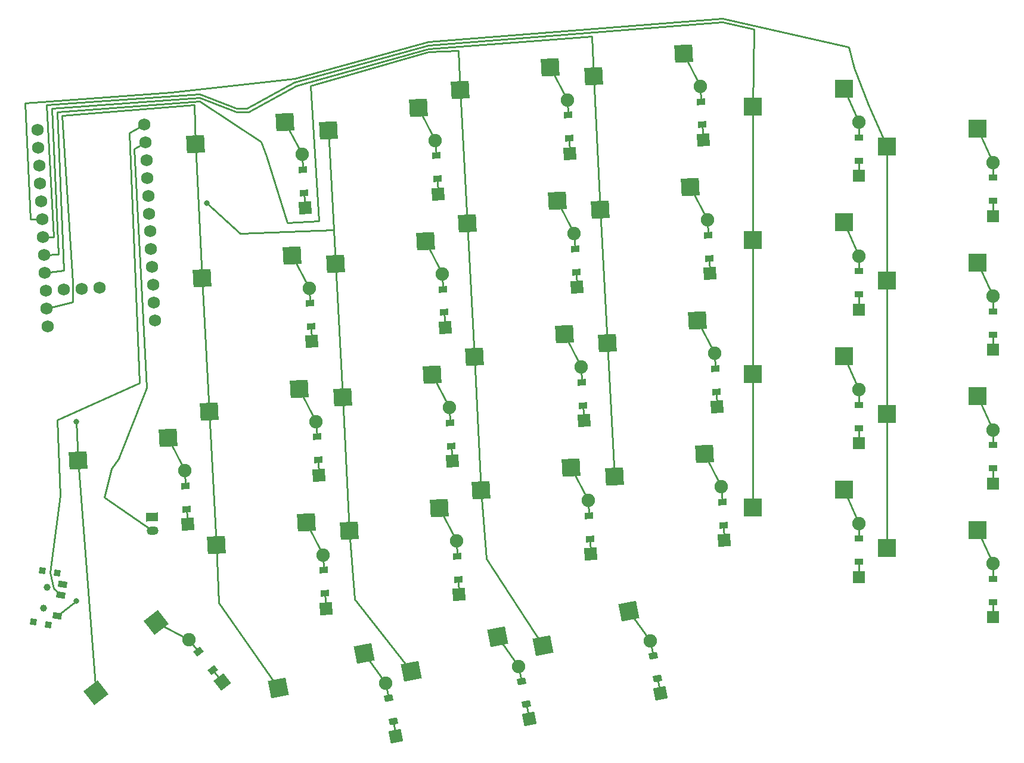
<source format=gbr>
%TF.GenerationSoftware,KiCad,Pcbnew,8.0.4*%
%TF.CreationDate,2024-09-16T15:21:11-06:00*%
%TF.ProjectId,right_board,72696768-745f-4626-9f61-72642e6b6963,v1.0.0*%
%TF.SameCoordinates,Original*%
%TF.FileFunction,Copper,L2,Bot*%
%TF.FilePolarity,Positive*%
%FSLAX46Y46*%
G04 Gerber Fmt 4.6, Leading zero omitted, Abs format (unit mm)*
G04 Created by KiCad (PCBNEW 8.0.4) date 2024-09-16 15:21:11*
%MOMM*%
%LPD*%
G01*
G04 APERTURE LIST*
G04 Aperture macros list*
%AMHorizOval*
0 Thick line with rounded ends*
0 $1 width*
0 $2 $3 position (X,Y) of the first rounded end (center of the circle)*
0 $4 $5 position (X,Y) of the second rounded end (center of the circle)*
0 Add line between two ends*
20,1,$1,$2,$3,$4,$5,0*
0 Add two circle primitives to create the rounded ends*
1,1,$1,$2,$3*
1,1,$1,$4,$5*%
%AMRotRect*
0 Rectangle, with rotation*
0 The origin of the aperture is its center*
0 $1 length*
0 $2 width*
0 $3 Rotation angle, in degrees counterclockwise*
0 Add horizontal line*
21,1,$1,$2,0,0,$3*%
G04 Aperture macros list end*
%TA.AperFunction,SMDPad,CuDef*%
%ADD10RotRect,0.900000X0.900000X80.000000*%
%TD*%
%TA.AperFunction,WasherPad*%
%ADD11C,1.000000*%
%TD*%
%TA.AperFunction,SMDPad,CuDef*%
%ADD12RotRect,0.900000X1.250000X80.000000*%
%TD*%
%TA.AperFunction,SMDPad,CuDef*%
%ADD13RotRect,2.550000X2.500000X3.000000*%
%TD*%
%TA.AperFunction,ComponentPad*%
%ADD14RotRect,1.778000X1.778000X93.000000*%
%TD*%
%TA.AperFunction,SMDPad,CuDef*%
%ADD15RotRect,0.900000X1.200000X93.000000*%
%TD*%
%TA.AperFunction,ComponentPad*%
%ADD16C,1.905000*%
%TD*%
%TA.AperFunction,SMDPad,CuDef*%
%ADD17R,2.550000X2.500000*%
%TD*%
%TA.AperFunction,SMDPad,CuDef*%
%ADD18RotRect,2.550000X2.500000X11.000000*%
%TD*%
%TA.AperFunction,ComponentPad*%
%ADD19R,1.778000X1.778000*%
%TD*%
%TA.AperFunction,SMDPad,CuDef*%
%ADD20R,1.200000X0.900000*%
%TD*%
%TA.AperFunction,ComponentPad*%
%ADD21C,1.752600*%
%TD*%
%TA.AperFunction,ComponentPad*%
%ADD22RotRect,1.200000X1.700000X273.000000*%
%TD*%
%TA.AperFunction,ComponentPad*%
%ADD23HorizOval,1.200000X-0.249657X-0.013084X0.249657X0.013084X0*%
%TD*%
%TA.AperFunction,ComponentPad*%
%ADD24RotRect,1.778000X1.778000X101.000000*%
%TD*%
%TA.AperFunction,SMDPad,CuDef*%
%ADD25RotRect,0.900000X1.200000X101.000000*%
%TD*%
%TA.AperFunction,ComponentPad*%
%ADD26RotRect,1.778000X1.778000X128.000000*%
%TD*%
%TA.AperFunction,SMDPad,CuDef*%
%ADD27RotRect,0.900000X1.200000X128.000000*%
%TD*%
%TA.AperFunction,SMDPad,CuDef*%
%ADD28RotRect,2.550000X2.500000X38.000000*%
%TD*%
%TA.AperFunction,ViaPad*%
%ADD29C,0.800000*%
%TD*%
%TA.AperFunction,Conductor*%
%ADD30C,0.250000*%
%TD*%
G04 APERTURE END LIST*
D10*
%TO.P,T1,*%
%TO.N,*%
X144416562Y-182844595D03*
X146583139Y-183226621D03*
D11*
X145881877Y-180869031D03*
X146402821Y-177914607D03*
D10*
X145701559Y-175557017D03*
X147868136Y-175939043D03*
D12*
%TO.P,T1,1*%
%TO.N,pos*%
X147795117Y-181967956D03*
%TO.P,T1,2*%
%TO.N,RAW*%
X148316061Y-179013533D03*
%TO.P,T1,3*%
%TO.N,N/C*%
X148576533Y-177536323D03*
%TD*%
D13*
%TO.P,S16,1*%
%TO.N,P100*%
X205084313Y-107234635D03*
%TO.P,S16,2*%
%TO.N,mirror_three_number*%
X217860664Y-104021569D03*
%TD*%
D14*
%TO.P,D17,1*%
%TO.N,P115*%
X204922588Y-178953889D03*
D15*
X204809542Y-176796849D03*
%TO.P,D17,2*%
%TO.N,mirror_four_bottom*%
X204636834Y-173501371D03*
D16*
X204523788Y-171344331D03*
%TD*%
D13*
%TO.P,S17,1*%
%TO.N,P011*%
X189342752Y-169906875D03*
%TO.P,S17,2*%
%TO.N,mirror_four_bottom*%
X202119103Y-166693809D03*
%TD*%
D14*
%TO.P,D10,1*%
%TO.N,P002*%
X241577027Y-152283993D03*
D15*
X241463981Y-150126953D03*
%TO.P,D10,2*%
%TO.N,mirror_two_home*%
X241291273Y-146831475D03*
D16*
X241178227Y-144674435D03*
%TD*%
D17*
%TO.P,S8,1*%
%TO.N,P022*%
X246664798Y-109599160D03*
%TO.P,S8,2*%
%TO.N,mirror_one_number*%
X259591798Y-107059160D03*
%TD*%
D13*
%TO.P,S15,1*%
%TO.N,P100*%
X206078697Y-126208596D03*
%TO.P,S15,2*%
%TO.N,mirror_three_qwerty*%
X218855048Y-122995530D03*
%TD*%
%TO.P,S18,1*%
%TO.N,P011*%
X188348369Y-150932914D03*
%TO.P,S18,2*%
%TO.N,mirror_four_home*%
X201124720Y-147719848D03*
%TD*%
D18*
%TO.P,S25,1*%
%TO.N,P100*%
X216811990Y-186249637D03*
%TO.P,S25,2*%
%TO.N,mirror_near_thumb*%
X229016829Y-181289716D03*
%TD*%
D19*
%TO.P,D3,1*%
%TO.N,P029*%
X280749798Y-144164160D03*
D20*
X280749798Y-142004160D03*
%TO.P,D3,2*%
%TO.N,mirror_function_keys_qwerty*%
X280749798Y-138704160D03*
D16*
X280749798Y-136544160D03*
%TD*%
D21*
%TO.P,MCU1,1*%
%TO.N,P006*%
X145014474Y-112918737D03*
%TO.P,MCU1,2*%
%TO.N,P008*%
X145147407Y-115455256D03*
%TO.P,MCU1,3*%
%TO.N,GND*%
X145280340Y-117991775D03*
%TO.P,MCU1,4*%
X145413274Y-120528294D03*
%TO.P,MCU1,5*%
%TO.N,P017*%
X145546207Y-123064813D03*
%TO.P,MCU1,6*%
%TO.N,P020*%
X145679140Y-125601332D03*
%TO.P,MCU1,7*%
%TO.N,P022*%
X145812074Y-128137851D03*
%TO.P,MCU1,8*%
%TO.N,P024*%
X145945007Y-130674371D03*
%TO.P,MCU1,9*%
%TO.N,P100*%
X146077940Y-133210890D03*
%TO.P,MCU1,10*%
%TO.N,P011*%
X146210874Y-135747409D03*
%TO.P,MCU1,11*%
%TO.N,P104*%
X146343807Y-138283928D03*
%TO.P,MCU1,12*%
%TO.N,P106*%
X146476740Y-140820447D03*
%TO.P,MCU1,13*%
%TO.N,P009*%
X161695854Y-140022847D03*
%TO.P,MCU1,14*%
%TO.N,P010*%
X161562921Y-137486328D03*
%TO.P,MCU1,15*%
%TO.N,P111*%
X161429988Y-134949809D03*
%TO.P,MCU1,16*%
%TO.N,P113*%
X161297054Y-132413290D03*
%TO.P,MCU1,17*%
%TO.N,P115*%
X161164121Y-129876771D03*
%TO.P,MCU1,18*%
%TO.N,P002*%
X161031188Y-127340252D03*
%TO.P,MCU1,19*%
%TO.N,P029*%
X160898254Y-124803733D03*
%TO.P,MCU1,20*%
%TO.N,P031*%
X160765321Y-122267213D03*
%TO.P,MCU1,21*%
%TO.N,VCC*%
X160632388Y-119730694D03*
%TO.P,MCU1,22*%
%TO.N,RST*%
X160499454Y-117194175D03*
%TO.P,MCU1,23*%
%TO.N,GND*%
X160366521Y-114657656D03*
%TO.P,MCU1,24*%
%TO.N,RAW*%
X160233588Y-112121137D03*
%TO.P,MCU1,31*%
%TO.N,P101*%
X148747393Y-135614475D03*
%TO.P,MCU1,32*%
%TO.N,P102*%
X151283912Y-135481542D03*
%TO.P,MCU1,33*%
%TO.N,P107*%
X153820431Y-135348609D03*
%TD*%
D19*
%TO.P,D4,1*%
%TO.N,P031*%
X280749798Y-125164160D03*
D20*
X280749798Y-123004160D03*
%TO.P,D4,2*%
%TO.N,mirror_function_keys_number*%
X280749798Y-119704160D03*
D16*
X280749798Y-117544160D03*
%TD*%
D13*
%TO.P,S10,1*%
%TO.N,P024*%
X225997191Y-143236980D03*
%TO.P,S10,2*%
%TO.N,mirror_two_home*%
X238773542Y-140023914D03*
%TD*%
D14*
%TO.P,D20,1*%
%TO.N,P031*%
X201939438Y-122032005D03*
D15*
X201826392Y-119874965D03*
%TO.P,D20,2*%
%TO.N,mirror_four_number*%
X201653684Y-116579487D03*
D16*
X201540638Y-114422447D03*
%TD*%
D18*
%TO.P,S27,1*%
%TO.N,P104*%
X179271646Y-192273344D03*
%TO.P,S27,2*%
%TO.N,mirror_far_thumb*%
X191476485Y-187313423D03*
%TD*%
D14*
%TO.P,D13,1*%
%TO.N,P115*%
X223647299Y-173203533D03*
D15*
X223534253Y-171046493D03*
%TO.P,D13,2*%
%TO.N,mirror_three_bottom*%
X223361545Y-167751015D03*
D16*
X223248499Y-165593975D03*
%TD*%
D22*
%TO.P,JST1,1*%
%TO.N,pos*%
X161284926Y-167912575D03*
D23*
%TO.P,JST1,2*%
%TO.N,GND*%
X161389598Y-169909835D03*
%TD*%
D17*
%TO.P,S6,1*%
%TO.N,P022*%
X246664798Y-147599160D03*
%TO.P,S6,2*%
%TO.N,mirror_one_home*%
X259591798Y-145059160D03*
%TD*%
D13*
%TO.P,S19,1*%
%TO.N,P011*%
X187353986Y-131958953D03*
%TO.P,S19,2*%
%TO.N,mirror_four_qwerty*%
X200130337Y-128745887D03*
%TD*%
D24*
%TO.P,D25,1*%
%TO.N,P113*%
X233499304Y-193040311D03*
D25*
X233087157Y-190919996D03*
%TO.P,D25,2*%
%TO.N,mirror_near_thumb*%
X232457487Y-187680626D03*
D16*
X232045340Y-185560311D03*
%TD*%
D19*
%TO.P,D5,1*%
%TO.N,P115*%
X261749798Y-176449160D03*
D20*
X261749798Y-174289160D03*
%TO.P,D5,2*%
%TO.N,mirror_one_bottom*%
X261749798Y-170989160D03*
D16*
X261749798Y-168829160D03*
%TD*%
D13*
%TO.P,S12,1*%
%TO.N,P024*%
X224008425Y-105289057D03*
%TO.P,S12,2*%
%TO.N,mirror_two_number*%
X236784776Y-102075991D03*
%TD*%
D17*
%TO.P,S7,1*%
%TO.N,P022*%
X246664798Y-128599160D03*
%TO.P,S7,2*%
%TO.N,mirror_one_qwerty*%
X259591798Y-126059160D03*
%TD*%
D13*
%TO.P,S21,1*%
%TO.N,P104*%
X170421127Y-171899888D03*
%TO.P,S21,2*%
%TO.N,mirror_five_bottom*%
X183197478Y-168686822D03*
%TD*%
D17*
%TO.P,S2,1*%
%TO.N,P020*%
X265664798Y-153314160D03*
%TO.P,S2,2*%
%TO.N,mirror_function_keys_home*%
X278591798Y-150774160D03*
%TD*%
D14*
%TO.P,D29,1*%
%TO.N,P002*%
X166346634Y-168959101D03*
D15*
X166233588Y-166802061D03*
%TO.P,D29,2*%
%TO.N,mirror_curly_square*%
X166060880Y-163506583D03*
D16*
X165947834Y-161349543D03*
%TD*%
D18*
%TO.P,S26,1*%
%TO.N,P011*%
X198161074Y-189875007D03*
%TO.P,S26,2*%
%TO.N,mirror_home_thumb*%
X210365913Y-184915086D03*
%TD*%
D13*
%TO.P,S13,1*%
%TO.N,P100*%
X208067463Y-164156519D03*
%TO.P,S13,2*%
%TO.N,mirror_three_bottom*%
X220843814Y-160943453D03*
%TD*%
%TO.P,S22,1*%
%TO.N,P104*%
X169426744Y-152925927D03*
%TO.P,S22,2*%
%TO.N,mirror_five_home*%
X182203095Y-149712861D03*
%TD*%
D19*
%TO.P,D7,1*%
%TO.N,P029*%
X261749798Y-138449160D03*
D20*
X261749798Y-136289160D03*
%TO.P,D7,2*%
%TO.N,mirror_one_qwerty*%
X261749798Y-132989160D03*
D16*
X261749798Y-130829160D03*
%TD*%
D14*
%TO.P,D19,1*%
%TO.N,P029*%
X202933822Y-141005966D03*
D15*
X202820776Y-138848926D03*
%TO.P,D19,2*%
%TO.N,mirror_four_qwerty*%
X202648068Y-135553448D03*
D16*
X202535022Y-133396408D03*
%TD*%
D14*
%TO.P,D11,1*%
%TO.N,P029*%
X240582644Y-133310032D03*
D15*
X240469598Y-131152992D03*
%TO.P,D11,2*%
%TO.N,mirror_two_qwerty*%
X240296890Y-127857514D03*
D16*
X240183844Y-125700474D03*
%TD*%
D14*
%TO.P,D12,1*%
%TO.N,P031*%
X239588261Y-114336071D03*
D15*
X239475215Y-112179031D03*
%TO.P,D12,2*%
%TO.N,mirror_two_number*%
X239302507Y-108883553D03*
D16*
X239189461Y-106726513D03*
%TD*%
D17*
%TO.P,S4,1*%
%TO.N,P020*%
X265664798Y-115314160D03*
%TO.P,S4,2*%
%TO.N,mirror_function_keys_number*%
X278591798Y-112774160D03*
%TD*%
D14*
%TO.P,D15,1*%
%TO.N,P029*%
X221658533Y-135255610D03*
D15*
X221545487Y-133098570D03*
%TO.P,D15,2*%
%TO.N,mirror_three_qwerty*%
X221372779Y-129803092D03*
D16*
X221259733Y-127646052D03*
%TD*%
D19*
%TO.P,D1,1*%
%TO.N,P115*%
X280749798Y-182164160D03*
D20*
X280749798Y-180004160D03*
%TO.P,D1,2*%
%TO.N,mirror_function_keys_bottom*%
X280749798Y-176704160D03*
D16*
X280749798Y-174544160D03*
%TD*%
D24*
%TO.P,D26,1*%
%TO.N,P113*%
X214848388Y-196665682D03*
D25*
X214436241Y-194545367D03*
%TO.P,D26,2*%
%TO.N,mirror_home_thumb*%
X213806571Y-191305997D03*
D16*
X213394424Y-189185682D03*
%TD*%
D14*
%TO.P,D9,1*%
%TO.N,P115*%
X242571410Y-171257955D03*
D15*
X242458364Y-169100915D03*
%TO.P,D9,2*%
%TO.N,mirror_two_bottom*%
X242285656Y-165805437D03*
D16*
X242172610Y-163648397D03*
%TD*%
D13*
%TO.P,S9,1*%
%TO.N,P024*%
X226991574Y-162210941D03*
%TO.P,S9,2*%
%TO.N,mirror_two_bottom*%
X239767925Y-158997875D03*
%TD*%
%TO.P,S11,1*%
%TO.N,P024*%
X225002808Y-124263019D03*
%TO.P,S11,2*%
%TO.N,mirror_two_qwerty*%
X237779159Y-121049953D03*
%TD*%
D14*
%TO.P,D14,1*%
%TO.N,P002*%
X222652916Y-154229571D03*
D15*
X222539870Y-152072531D03*
%TO.P,D14,2*%
%TO.N,mirror_three_home*%
X222367162Y-148777053D03*
D16*
X222254116Y-146620013D03*
%TD*%
D17*
%TO.P,S5,1*%
%TO.N,P022*%
X246664798Y-166599160D03*
%TO.P,S5,2*%
%TO.N,mirror_one_bottom*%
X259591798Y-164059160D03*
%TD*%
D14*
%TO.P,D18,1*%
%TO.N,P002*%
X203928205Y-159979928D03*
D15*
X203815159Y-157822888D03*
%TO.P,D18,2*%
%TO.N,mirror_four_home*%
X203642451Y-154527410D03*
D16*
X203529405Y-152370370D03*
%TD*%
D24*
%TO.P,D27,1*%
%TO.N,P113*%
X195958960Y-199064019D03*
D25*
X195546813Y-196943704D03*
%TO.P,D27,2*%
%TO.N,mirror_far_thumb*%
X194917143Y-193704334D03*
D16*
X194504996Y-191584019D03*
%TD*%
D13*
%TO.P,S29,1*%
%TO.N,P017*%
X150766798Y-159912087D03*
%TO.P,S29,2*%
%TO.N,mirror_curly_square*%
X163543149Y-156699021D03*
%TD*%
%TO.P,S23,1*%
%TO.N,P104*%
X168432360Y-133951965D03*
%TO.P,S23,2*%
%TO.N,mirror_five_qwerty*%
X181208711Y-130738899D03*
%TD*%
D19*
%TO.P,D2,1*%
%TO.N,P002*%
X280749798Y-163164160D03*
D20*
X280749798Y-161004160D03*
%TO.P,D2,2*%
%TO.N,mirror_function_keys_home*%
X280749798Y-157704160D03*
D16*
X280749798Y-155544160D03*
%TD*%
D26*
%TO.P,D28,1*%
%TO.N,P113*%
X171249810Y-191386964D03*
D27*
X169919981Y-189684861D03*
%TO.P,D28,2*%
%TO.N,mirror_space_thumb*%
X167888299Y-187084425D03*
D16*
X166558470Y-185382322D03*
%TD*%
D13*
%TO.P,S14,1*%
%TO.N,P100*%
X207073080Y-145182558D03*
%TO.P,S14,2*%
%TO.N,mirror_three_home*%
X219849431Y-141969492D03*
%TD*%
D19*
%TO.P,D8,1*%
%TO.N,P031*%
X261749798Y-119449160D03*
D20*
X261749798Y-117289160D03*
%TO.P,D8,2*%
%TO.N,mirror_one_number*%
X261749798Y-113989160D03*
D16*
X261749798Y-111829160D03*
%TD*%
D17*
%TO.P,S3,1*%
%TO.N,P020*%
X265664798Y-134314160D03*
%TO.P,S3,2*%
%TO.N,mirror_function_keys_qwerty*%
X278591798Y-131774160D03*
%TD*%
D13*
%TO.P,S24,1*%
%TO.N,P104*%
X167437977Y-114978004D03*
%TO.P,S24,2*%
%TO.N,mirror_five_number*%
X180214328Y-111764938D03*
%TD*%
D14*
%TO.P,D21,1*%
%TO.N,P115*%
X186000963Y-180946902D03*
D15*
X185887917Y-178789862D03*
%TO.P,D21,2*%
%TO.N,mirror_five_bottom*%
X185715209Y-175494384D03*
D16*
X185602163Y-173337344D03*
%TD*%
D14*
%TO.P,D23,1*%
%TO.N,P029*%
X184012196Y-142998979D03*
D15*
X183899150Y-140841939D03*
%TO.P,D23,2*%
%TO.N,mirror_five_qwerty*%
X183726442Y-137546461D03*
D16*
X183613396Y-135389421D03*
%TD*%
D28*
%TO.P,S28,1*%
%TO.N,P017*%
X153298402Y-192912312D03*
%TO.P,S28,2*%
%TO.N,mirror_space_thumb*%
X161921237Y-182952109D03*
%TD*%
D14*
%TO.P,D24,1*%
%TO.N,P031*%
X183017813Y-124025018D03*
D15*
X182904767Y-121867978D03*
%TO.P,D24,2*%
%TO.N,mirror_five_number*%
X182732059Y-118572500D03*
D16*
X182619013Y-116415460D03*
%TD*%
D13*
%TO.P,S20,1*%
%TO.N,P011*%
X186359602Y-112984991D03*
%TO.P,S20,2*%
%TO.N,mirror_four_number*%
X199135953Y-109771925D03*
%TD*%
D19*
%TO.P,D6,1*%
%TO.N,P002*%
X261749798Y-157449160D03*
D20*
X261749798Y-155289160D03*
%TO.P,D6,2*%
%TO.N,mirror_one_home*%
X261749798Y-151989160D03*
D16*
X261749798Y-149829160D03*
%TD*%
D14*
%TO.P,D22,1*%
%TO.N,P002*%
X185006580Y-161972940D03*
D15*
X184893534Y-159815900D03*
%TO.P,D22,2*%
%TO.N,mirror_five_home*%
X184720826Y-156520422D03*
D16*
X184607780Y-154363382D03*
%TD*%
D17*
%TO.P,S1,1*%
%TO.N,P020*%
X265664798Y-172314160D03*
%TO.P,S1,2*%
%TO.N,mirror_function_keys_bottom*%
X278591798Y-169774160D03*
%TD*%
D14*
%TO.P,D16,1*%
%TO.N,P031*%
X220664150Y-116281649D03*
D15*
X220551104Y-114124609D03*
%TO.P,D16,2*%
%TO.N,mirror_three_number*%
X220378396Y-110829131D03*
D16*
X220265350Y-108672091D03*
%TD*%
D29*
%TO.N,P011*%
X169042604Y-123354160D03*
%TO.N,P017*%
X150542604Y-154354160D03*
%TO.N,pos*%
X150542604Y-179854160D03*
%TD*%
D30*
%TO.N,P020*%
X265664798Y-153314160D02*
X265664798Y-172314160D01*
X265664798Y-115314160D02*
X265664798Y-134314160D01*
X265664798Y-115314160D02*
X263042604Y-109354160D01*
X164042604Y-107604160D02*
X143292604Y-109104160D01*
X260292604Y-101104160D02*
X242292604Y-97104160D01*
X265664798Y-134314160D02*
X265664798Y-153314160D01*
X263042604Y-109354160D02*
X261042604Y-104104160D01*
X143292604Y-109104160D02*
X144042604Y-125604160D01*
X144042604Y-125604160D02*
X145679140Y-125601332D01*
X261042604Y-104104160D02*
X260292604Y-101104160D01*
X242292604Y-97104160D02*
X200542604Y-100354160D01*
X181542604Y-105604160D02*
X164042604Y-107604160D01*
X200542604Y-100354160D02*
X181542604Y-105604160D01*
%TO.N,mirror_function_keys_bottom*%
X278591798Y-169774160D02*
X280749798Y-174544160D01*
X280749798Y-174544160D02*
X280749798Y-176704160D01*
%TO.N,mirror_function_keys_home*%
X280749798Y-155544160D02*
X280749798Y-157704160D01*
X278591798Y-150774160D02*
X280749798Y-155544160D01*
%TO.N,mirror_function_keys_qwerty*%
X278591798Y-131774160D02*
X280749798Y-136544160D01*
X280749798Y-136544160D02*
X280749798Y-138704160D01*
%TO.N,mirror_function_keys_number*%
X280749798Y-117544160D02*
X280749798Y-119704160D01*
X278591798Y-112774160D02*
X280749798Y-117544160D01*
%TO.N,P022*%
X246664798Y-109599160D02*
X246664798Y-128599160D01*
X173292604Y-109854160D02*
X168042604Y-107854160D01*
X246792604Y-98604160D02*
X242292604Y-97604160D01*
X246664798Y-147599160D02*
X246664798Y-128599160D01*
X242292604Y-97604160D02*
X200542604Y-100854160D01*
X181542604Y-106104160D02*
X174792604Y-109854160D01*
X146292604Y-109354160D02*
X147292604Y-128104160D01*
X168042604Y-107854160D02*
X146292604Y-109354160D01*
X246664798Y-166599160D02*
X246664798Y-147599160D01*
X147292604Y-128104160D02*
X145812074Y-128137851D01*
X246664798Y-109599160D02*
X246792604Y-98604160D01*
X200542604Y-100854160D02*
X181542604Y-106104160D01*
X174792604Y-109854160D02*
X173292604Y-109854160D01*
%TO.N,mirror_one_bottom*%
X261749798Y-170989160D02*
X261749798Y-168829160D01*
X261749798Y-168829160D02*
X259591798Y-164059160D01*
%TO.N,mirror_one_home*%
X261749798Y-151989160D02*
X261749798Y-149829160D01*
X261749798Y-149829160D02*
X259591798Y-145059160D01*
%TO.N,mirror_one_qwerty*%
X261749798Y-130829160D02*
X259591798Y-126059160D01*
X261749798Y-132989160D02*
X261749798Y-130829160D01*
%TO.N,mirror_one_number*%
X261749798Y-111829160D02*
X259591798Y-107059160D01*
X261749798Y-113989160D02*
X261749798Y-111829160D01*
%TO.N,P024*%
X200542604Y-101354160D02*
X181792604Y-106604160D01*
X224008425Y-105289057D02*
X223792604Y-99604160D01*
X224008425Y-105289057D02*
X225002808Y-124263019D01*
X223792604Y-99604160D02*
X200542604Y-101354160D01*
X225002808Y-124263019D02*
X225997191Y-143236980D01*
X181792604Y-106604160D02*
X175042604Y-110354160D01*
X173292604Y-110354160D02*
X168042604Y-108354160D01*
X148042604Y-130604160D02*
X145945007Y-130674371D01*
X147042604Y-109854160D02*
X148042604Y-130604160D01*
X226991574Y-162210941D02*
X225997191Y-143236980D01*
X168042604Y-108354160D02*
X147042604Y-109854160D01*
X175042604Y-110354160D02*
X173292604Y-110354160D01*
%TO.N,mirror_two_bottom*%
X239767925Y-158997875D02*
X242172610Y-163648397D01*
X242172610Y-163648397D02*
X242285656Y-165805437D01*
%TO.N,mirror_two_home*%
X238773542Y-140023914D02*
X241178227Y-144674435D01*
X241178227Y-144674435D02*
X241291273Y-146831475D01*
%TO.N,mirror_two_qwerty*%
X240183844Y-125700474D02*
X240296890Y-127857514D01*
X237779159Y-121049953D02*
X240183844Y-125700474D01*
%TO.N,mirror_two_number*%
X236784776Y-102075991D02*
X239189461Y-106726513D01*
X239189461Y-106726513D02*
X239302507Y-108883553D01*
%TO.N,P100*%
X204792604Y-101604160D02*
X200542604Y-101854160D01*
X176792604Y-114604160D02*
X168042604Y-108854160D01*
X168042604Y-108854160D02*
X147792604Y-110354160D01*
X207073080Y-145182558D02*
X206078697Y-126208596D01*
X205084313Y-107234635D02*
X204792604Y-101604160D01*
X216811990Y-186249637D02*
X208792604Y-173854160D01*
X177542604Y-116604160D02*
X176792604Y-114604160D01*
X148792604Y-132854160D02*
X146077940Y-133210890D01*
X180542604Y-126104160D02*
X177542604Y-116604160D01*
X183792604Y-106604160D02*
X185042604Y-125854160D01*
X185042604Y-125854160D02*
X180542604Y-126104160D01*
X147792604Y-110354160D02*
X148792604Y-132854160D01*
X200542604Y-101854160D02*
X183792604Y-106604160D01*
X208792604Y-173854160D02*
X208067463Y-164156519D01*
X208067463Y-164156519D02*
X207073080Y-145182558D01*
X206078697Y-126208596D02*
X205084313Y-107234635D01*
%TO.N,mirror_three_bottom*%
X223248499Y-165593975D02*
X220843814Y-160943453D01*
X223361545Y-167751015D02*
X223248499Y-165593975D01*
%TO.N,mirror_three_home*%
X222254116Y-146620013D02*
X219849431Y-141969492D01*
X222367162Y-148777053D02*
X222254116Y-146620013D01*
%TO.N,mirror_three_qwerty*%
X221259733Y-127646052D02*
X221372779Y-129803092D01*
X218855048Y-122995530D02*
X221259733Y-127646052D01*
%TO.N,mirror_three_number*%
X220265350Y-108672091D02*
X220378396Y-110829131D01*
X217860664Y-104021569D02*
X220265350Y-108672091D01*
%TO.N,P011*%
X189342752Y-169906875D02*
X190042604Y-179604160D01*
X187099557Y-127104160D02*
X173792604Y-127604160D01*
X186359602Y-112984991D02*
X187099557Y-127104160D01*
X173792604Y-127604160D02*
X169042604Y-123354160D01*
X187353986Y-131958953D02*
X188348369Y-150932914D01*
X187099557Y-127104160D02*
X187353986Y-131958953D01*
X190042604Y-179604160D02*
X198161074Y-189875007D01*
X188348369Y-150932914D02*
X189342752Y-169906875D01*
%TO.N,mirror_four_bottom*%
X202119103Y-166693809D02*
X204523788Y-171344331D01*
X204636834Y-173501371D02*
X204523788Y-171344331D01*
%TO.N,mirror_four_home*%
X203529405Y-152370370D02*
X203642451Y-154527410D01*
X201124720Y-147719848D02*
X203529405Y-152370370D01*
%TO.N,mirror_four_qwerty*%
X202648068Y-135553448D02*
X202535022Y-133396408D01*
X202535022Y-133396408D02*
X200130337Y-128745887D01*
%TO.N,mirror_four_number*%
X199135953Y-109771925D02*
X201540638Y-114422447D01*
X201653684Y-116579487D02*
X201540638Y-114422447D01*
%TO.N,P104*%
X150042604Y-137354160D02*
X146343807Y-138283928D01*
X170421127Y-171899888D02*
X169426744Y-152925927D01*
X167293104Y-109360911D02*
X148542604Y-110854160D01*
X150042604Y-134604160D02*
X150042604Y-137354160D01*
X167437977Y-114978004D02*
X167293104Y-109360911D01*
X169426744Y-152925927D02*
X168432360Y-133951965D01*
X170792604Y-180104160D02*
X170421127Y-171899888D01*
X168432360Y-133951965D02*
X167437977Y-114978004D01*
X148542604Y-110854160D02*
X150042604Y-134604160D01*
X179271646Y-192273344D02*
X170792604Y-180104160D01*
%TO.N,mirror_five_bottom*%
X183197478Y-168686822D02*
X185602163Y-173337344D01*
X185715209Y-175494384D02*
X185602163Y-173337344D01*
%TO.N,mirror_five_home*%
X184607780Y-154363382D02*
X182203095Y-149712861D01*
X184720826Y-156520422D02*
X184607780Y-154363382D01*
%TO.N,mirror_five_qwerty*%
X181208711Y-130738899D02*
X183613396Y-135389421D01*
X183613396Y-135389421D02*
X183726442Y-137546461D01*
%TO.N,mirror_five_number*%
X180214328Y-111764938D02*
X182619013Y-116415460D01*
X182619013Y-116415460D02*
X182732059Y-118572500D01*
%TO.N,mirror_near_thumb*%
X232045340Y-185560311D02*
X232457487Y-187680626D01*
X229016829Y-181289716D02*
X232045340Y-185560311D01*
%TO.N,mirror_home_thumb*%
X213806571Y-191305997D02*
X213394424Y-189185682D01*
X213394424Y-189185682D02*
X210365913Y-184915086D01*
%TO.N,mirror_far_thumb*%
X194504996Y-191584019D02*
X191476485Y-187313423D01*
X194917143Y-193704334D02*
X194504996Y-191584019D01*
%TO.N,P017*%
X150766798Y-159912087D02*
X150542604Y-154354160D01*
X150766798Y-159912087D02*
X153298402Y-192912312D01*
%TO.N,mirror_space_thumb*%
X167888299Y-187084425D02*
X166558470Y-185382322D01*
X166558470Y-185382322D02*
X161921237Y-182952109D01*
%TO.N,mirror_curly_square*%
X165947834Y-161349543D02*
X163543149Y-156699021D01*
X166060880Y-163506583D02*
X165947834Y-161349543D01*
%TO.N,P115*%
X261749798Y-176449160D02*
X261749798Y-174289160D01*
X223647299Y-173203533D02*
X223534253Y-171046493D01*
X242458364Y-169100915D02*
X242571410Y-171257955D01*
X204922588Y-178953889D02*
X204809542Y-176796849D01*
X185887917Y-178789862D02*
X186000963Y-180946902D01*
X280749798Y-180004160D02*
X280749798Y-182164160D01*
%TO.N,P002*%
X203815159Y-157822888D02*
X203928205Y-159979928D01*
X185006580Y-161972940D02*
X184893534Y-159815900D01*
X261749798Y-157449160D02*
X261749798Y-155289160D01*
X166346634Y-168959101D02*
X166233588Y-166802061D01*
X241463981Y-150126953D02*
X241577027Y-152283993D01*
X222652916Y-154229571D02*
X222539870Y-152072531D01*
X280749798Y-161004160D02*
X280749798Y-163164160D01*
%TO.N,P029*%
X240469598Y-131152992D02*
X240582644Y-133310032D01*
X221545487Y-133098570D02*
X221658533Y-135255610D01*
X261749798Y-138449160D02*
X261749798Y-136289160D01*
X202933822Y-141005966D02*
X202820776Y-138848926D01*
X183899150Y-140841939D02*
X184012196Y-142998979D01*
X280749798Y-142004160D02*
X280749798Y-144164160D01*
%TO.N,P031*%
X261749798Y-119449160D02*
X261749798Y-117289160D01*
X201939438Y-122032005D02*
X201826392Y-119874965D01*
X220551104Y-114124609D02*
X220664150Y-116281649D01*
X280749798Y-123004160D02*
X280749798Y-125164160D01*
X239475215Y-112179031D02*
X239588261Y-114336071D01*
X182904767Y-121867978D02*
X183017813Y-124025018D01*
%TO.N,P113*%
X233087157Y-190919996D02*
X233499304Y-193040311D01*
X214848388Y-196665682D02*
X214436241Y-194545367D01*
X171249810Y-191386964D02*
X169919981Y-189684861D01*
X195958960Y-199064019D02*
X195546813Y-196943704D01*
%TO.N,RAW*%
X147292604Y-178104160D02*
X146792604Y-175854160D01*
X159542604Y-148854160D02*
X158042604Y-113354160D01*
X148316061Y-179013533D02*
X147292604Y-178104160D01*
X158042604Y-113354160D02*
X160233588Y-112121137D01*
X148292604Y-164854160D02*
X147792604Y-154104160D01*
X147792604Y-154104160D02*
X159542604Y-148854160D01*
X146792604Y-175854160D02*
X148292604Y-164854160D01*
%TO.N,GND*%
X156542604Y-159604160D02*
X160542604Y-149604160D01*
X158792604Y-115604160D02*
X160366521Y-114657656D01*
X155542604Y-161104160D02*
X156542604Y-159604160D01*
X161389598Y-169909835D02*
X154542604Y-165104160D01*
X160542604Y-149604160D02*
X158792604Y-115604160D01*
X154542604Y-165104160D02*
X155542604Y-161104160D01*
%TO.N,pos*%
X147795117Y-181967956D02*
X150542604Y-179854160D01*
%TD*%
M02*

</source>
